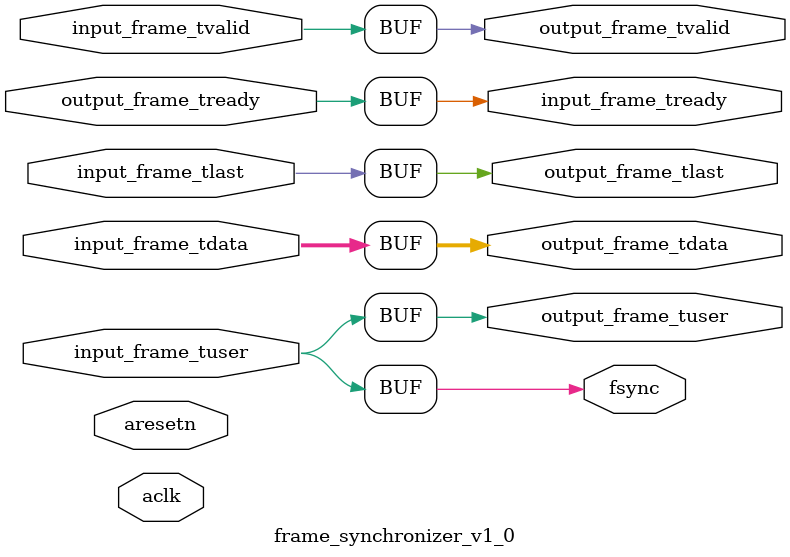
<source format=v>

`timescale 1 ns / 1 ps

	module frame_synchronizer_v1_0 #
	(
		parameter integer TDATA_WIDTH	= 32
	)
	(
	
	    output wire fsync,
	    
		input wire  aclk,
		input wire  aresetn,
		output wire  input_frame_tready,
		input wire [TDATA_WIDTH-1 : 0] input_frame_tdata,
		input wire  input_frame_tuser,
		input wire  input_frame_tlast,
		input wire  input_frame_tvalid,

		// Ports of Axi Master Bus Interface output_frame
		output wire  output_frame_tvalid,
		output wire [TDATA_WIDTH-1 : 0] output_frame_tdata,
		output wire  output_frame_tuser,
		output wire  output_frame_tlast,
		input wire  output_frame_tready
	);
	
	assign output_frame_tvalid = input_frame_tvalid;
	assign output_frame_tdata = input_frame_tdata;
	assign output_frame_tuser = input_frame_tuser;
	assign output_frame_tlast = input_frame_tlast;
	assign input_frame_tready = output_frame_tready;
	assign fsync = input_frame_tuser;
	endmodule

</source>
